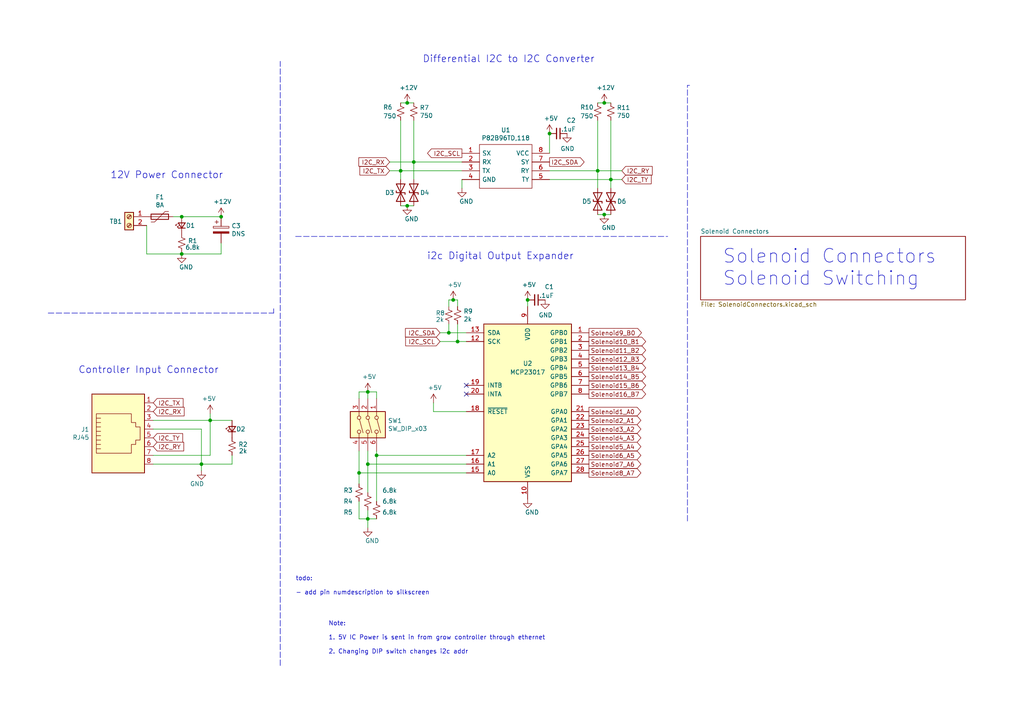
<source format=kicad_sch>
(kicad_sch (version 20211123) (generator eeschema)
  (paper "A4")
  (lib_symbols
    (symbol "Connector:RJ45" (pin_names (offset 1.016))
      (property "Reference" "J" (at -5.08 13.97 0))
      (property "Value" "Connector_RJ45" (at 2.54 13.97 0))
      (symbol "RJ45_0_1"
        (polyline (pts (xy -5.08 4.445) (xy -6.35 4.445)))
        (polyline (pts (xy -5.08 5.715) (xy -6.35 5.715)))
        (polyline (pts (xy -6.35 -3.175) (xy -5.08 -3.175) (xy -5.08 -3.175)))
        (polyline (pts (xy -6.35 -1.905) (xy -5.08 -1.905) (xy -5.08 -1.905)))
        (polyline (pts (xy -6.35 -0.635) (xy -5.08 -0.635) (xy -5.08 -0.635)))
        (polyline (pts (xy -6.35 0.635) (xy -5.08 0.635) (xy -5.08 0.635)))
        (polyline (pts (xy -6.35 1.905) (xy -5.08 1.905) (xy -5.08 1.905)))
        (polyline (pts (xy -5.08 3.175) (xy -6.35 3.175) (xy -6.35 3.175)))
        (polyline (pts (xy -6.35 -4.445) (xy -6.35 6.985) (xy 3.81 6.985) (xy 3.81 4.445) (xy 5.08 4.445) (xy 5.08 3.175) (xy 6.35 3.175) (xy 6.35 -0.635) (xy 5.08 -0.635) (xy 5.08 -1.905) (xy 3.81 -1.905) (xy 3.81 -4.445) (xy -6.35 -4.445) (xy -6.35 -4.445)))
        (rectangle (start 7.62 12.7) (end -7.62 -10.16) (stroke (width 0.254)) (fill (type background)))
      )
      (symbol "RJ45_1_1"
        (pin passive line (at 10.16 -7.62 180) (length 2.54) (name "~") (number "1"))
        (pin passive line (at 10.16 -5.08 180) (length 2.54) (name "~") (number "2"))
        (pin passive line (at 10.16 -2.54 180) (length 2.54) (name "~") (number "3"))
        (pin passive line (at 10.16 0 180) (length 2.54) (name "~") (number "4"))
        (pin passive line (at 10.16 2.54 180) (length 2.54) (name "~") (number "5"))
        (pin passive line (at 10.16 5.08 180) (length 2.54) (name "~") (number "6"))
        (pin passive line (at 10.16 7.62 180) (length 2.54) (name "~") (number "7"))
        (pin passive line (at 10.16 10.16 180) (length 2.54) (name "~") (number "8"))
      )
    )
    (symbol "Connector:Screw_Terminal_01x02" (pin_names (offset 1.016) hide)
      (property "Reference" "J" (at 0 2.54 0))
      (property "Value" "Connector_Screw_Terminal_01x02" (at 0 -5.08 0))
      (symbol "Screw_Terminal_01x02_1_1"
        (rectangle (start -1.27 1.27) (end 1.27 -3.81) (stroke (width 0.254)) (fill (type background)))
        (circle (center 0 -2.54) (radius 0.635) (stroke (width 0.1524)))
        (polyline (pts (xy -0.5334 -2.2098) (xy 0.3302 -3.048)) (stroke (width 0.1524)))
        (polyline (pts (xy -0.5334 0.3302) (xy 0.3302 -0.508)) (stroke (width 0.1524)))
        (polyline (pts (xy -0.3556 -2.032) (xy 0.508 -2.8702)) (stroke (width 0.1524)))
        (polyline (pts (xy -0.3556 0.508) (xy 0.508 -0.3302)) (stroke (width 0.1524)))
        (circle (center 0 0) (radius 0.635) (stroke (width 0.1524)))
        (pin passive line (at -5.08 0 0) (length 3.81) (name "Pin_1") (number "1"))
        (pin passive line (at -5.08 -2.54 0) (length 3.81) (name "Pin_2") (number "2"))
      )
    )
    (symbol "Device:C_Polarized" (pin_numbers hide) (pin_names (offset 0.254))
      (property "Reference" "C" (at 0.635 2.54 0))
      (property "Value" "Device_C_Polarized" (at 0.635 -2.54 0))
      (symbol "C_Polarized_0_1"
        (rectangle (start -2.286 0.508) (end 2.286 1.016))
        (polyline (pts (xy -1.778 2.286) (xy -0.762 2.286)))
        (polyline (pts (xy -1.27 2.794) (xy -1.27 1.778)))
        (rectangle (start 2.286 -0.508) (end -2.286 -1.016) (fill (type outline)))
      )
      (symbol "C_Polarized_1_1"
        (pin passive line (at 0 3.81 270) (length 2.794) (name "~") (number "1"))
        (pin passive line (at 0 -3.81 90) (length 2.794) (name "~") (number "2"))
      )
    )
    (symbol "Device:C_Small" (pin_numbers hide) (pin_names (offset 0.254) hide)
      (property "Reference" "C" (at 0.254 1.778 0))
      (property "Value" "Device_C_Small" (at 0.254 -2.032 0))
      (symbol "C_Small_0_1"
        (polyline (pts (xy -1.524 -0.508) (xy 1.524 -0.508)) (stroke (width 0.3302)))
        (polyline (pts (xy -1.524 0.508) (xy 1.524 0.508)) (stroke (width 0.3048)))
      )
      (symbol "C_Small_1_1"
        (pin passive line (at 0 2.54 270) (length 2.032) (name "~") (number "1"))
        (pin passive line (at 0 -2.54 90) (length 2.032) (name "~") (number "2"))
      )
    )
    (symbol "Device:D_TVS" (pin_numbers hide) (pin_names (offset 1.016) hide)
      (property "Reference" "D" (at 0 2.54 0))
      (property "Value" "Device_D_TVS" (at 0 -2.54 0))
      (symbol "D_TVS_0_1"
        (polyline (pts (xy 1.27 0) (xy -1.27 0)))
        (polyline (pts (xy 0.508 1.27) (xy 0 1.27) (xy 0 -1.27) (xy -0.508 -1.27)) (stroke (width 0.254)))
        (polyline (pts (xy -2.54 1.27) (xy -2.54 -1.27) (xy 2.54 1.27) (xy 2.54 -1.27) (xy -2.54 1.27)) (stroke (width 0.254)))
      )
      (symbol "D_TVS_1_1"
        (pin passive line (at -3.81 0 0) (length 2.54) (name "A1") (number "1"))
        (pin passive line (at 3.81 0 180) (length 2.54) (name "A2") (number "2"))
      )
    )
    (symbol "Device:LED_Small" (pin_numbers hide) (pin_names (offset 0.254) hide)
      (property "Reference" "D" (at -1.27 3.175 0))
      (property "Value" "Device_LED_Small" (at -4.445 -2.54 0))
      (symbol "LED_Small_0_1"
        (polyline (pts (xy -0.762 -1.016) (xy -0.762 1.016)) (stroke (width 0.254)))
        (polyline (pts (xy 1.016 0) (xy -0.762 0)))
        (polyline (pts (xy 0.762 -1.016) (xy -0.762 0) (xy 0.762 1.016) (xy 0.762 -1.016)) (stroke (width 0.254)))
        (polyline (pts (xy 0 0.762) (xy -0.508 1.27) (xy -0.254 1.27) (xy -0.508 1.27) (xy -0.508 1.016)))
        (polyline (pts (xy 0.508 1.27) (xy 0 1.778) (xy 0.254 1.778) (xy 0 1.778) (xy 0 1.524)))
      )
      (symbol "LED_Small_1_1"
        (pin passive line (at -2.54 0 0) (length 1.778) (name "K") (number "1"))
        (pin passive line (at 2.54 0 180) (length 1.778) (name "A") (number "2"))
      )
    )
    (symbol "Device:Polyfuse" (pin_numbers hide) (pin_names (offset 0))
      (property "Reference" "F" (at -2.54 0 90))
      (property "Value" "Device_Polyfuse" (at 2.54 0 90))
      (symbol "Polyfuse_0_1"
        (rectangle (start -0.762 2.54) (end 0.762 -2.54) (stroke (width 0.254)))
        (polyline (pts (xy 0 2.54) (xy 0 -2.54)))
        (polyline (pts (xy -1.524 2.54) (xy -1.524 1.524) (xy 1.524 -1.524) (xy 1.524 -2.54)))
      )
      (symbol "Polyfuse_1_1"
        (pin passive line (at 0 3.81 270) (length 1.27) (name "~") (number "1"))
        (pin passive line (at 0 -3.81 90) (length 1.27) (name "~") (number "2"))
      )
    )
    (symbol "Device:R_Small_US" (pin_numbers hide) (pin_names (offset 0.254) hide)
      (property "Reference" "R" (at 0.762 0.508 0))
      (property "Value" "Device_R_Small_US" (at 0.762 -1.016 0))
      (symbol "R_Small_US_1_1"
        (polyline (pts (xy 0 0) (xy 1.016 -0.381) (xy 0 -0.762) (xy -1.016 -1.143) (xy 0 -1.524)))
        (polyline (pts (xy 0 1.524) (xy 1.016 1.143) (xy 0 0.762) (xy -1.016 0.381) (xy 0 0)))
        (pin passive line (at 0 2.54 270) (length 1.016) (name "~") (number "1"))
        (pin passive line (at 0 -2.54 90) (length 1.016) (name "~") (number "2"))
      )
    )
    (symbol "Interface_Expansion:MCP23017_SO" (pin_names (offset 1.016))
      (property "Reference" "U" (at -11.43 24.13 0))
      (property "Value" "Interface_Expansion_MCP23017_SO" (at 0 0 0))
      (symbol "MCP23017_SO_0_1"
        (rectangle (start -12.7 22.86) (end 12.7 -22.86) (stroke (width 0.254)) (fill (type background)))
      )
      (symbol "MCP23017_SO_1_1"
        (pin bidirectional line (at 17.78 20.32 180) (length 5.08) (name "GPB0") (number "1"))
        (pin power_in line (at 0 -27.94 90) (length 5.08) (name "VSS") (number "10"))
        (pin no_connect line (at -12.7 15.24 0) (length 5.08) hide (name "NC") (number "11"))
        (pin input line (at -17.78 17.78 0) (length 5.08) (name "SCK") (number "12"))
        (pin bidirectional line (at -17.78 20.32 0) (length 5.08) (name "SDA") (number "13"))
        (pin no_connect line (at -12.7 12.7 0) (length 5.08) hide (name "NC") (number "14"))
        (pin input line (at -17.78 -20.32 0) (length 5.08) (name "A0") (number "15"))
        (pin input line (at -17.78 -17.78 0) (length 5.08) (name "A1") (number "16"))
        (pin input line (at -17.78 -15.24 0) (length 5.08) (name "A2") (number "17"))
        (pin input line (at -17.78 -2.54 0) (length 5.08) (name "~{RESET}") (number "18"))
        (pin tri_state line (at -17.78 5.08 0) (length 5.08) (name "INTB") (number "19"))
        (pin bidirectional line (at 17.78 17.78 180) (length 5.08) (name "GPB1") (number "2"))
        (pin tri_state line (at -17.78 2.54 0) (length 5.08) (name "INTA") (number "20"))
        (pin bidirectional line (at 17.78 -2.54 180) (length 5.08) (name "GPA0") (number "21"))
        (pin bidirectional line (at 17.78 -5.08 180) (length 5.08) (name "GPA1") (number "22"))
        (pin bidirectional line (at 17.78 -7.62 180) (length 5.08) (name "GPA2") (number "23"))
        (pin bidirectional line (at 17.78 -10.16 180) (length 5.08) (name "GPA3") (number "24"))
        (pin bidirectional line (at 17.78 -12.7 180) (length 5.08) (name "GPA4") (number "25"))
        (pin bidirectional line (at 17.78 -15.24 180) (length 5.08) (name "GPA5") (number "26"))
        (pin bidirectional line (at 17.78 -17.78 180) (length 5.08) (name "GPA6") (number "27"))
        (pin bidirectional line (at 17.78 -20.32 180) (length 5.08) (name "GPA7") (number "28"))
        (pin bidirectional line (at 17.78 15.24 180) (length 5.08) (name "GPB2") (number "3"))
        (pin bidirectional line (at 17.78 12.7 180) (length 5.08) (name "GPB3") (number "4"))
        (pin bidirectional line (at 17.78 10.16 180) (length 5.08) (name "GPB4") (number "5"))
        (pin bidirectional line (at 17.78 7.62 180) (length 5.08) (name "GPB5") (number "6"))
        (pin bidirectional line (at 17.78 5.08 180) (length 5.08) (name "GPB6") (number "7"))
        (pin bidirectional line (at 17.78 2.54 180) (length 5.08) (name "GPB7") (number "8"))
        (pin power_in line (at 0 27.94 270) (length 5.08) (name "VDD") (number "9"))
      )
    )
    (symbol "P82B96TD_118:P82B96TD,118" (pin_names (offset 0.762))
      (property "Reference" "IC" (at 21.59 7.62 0))
      (property "Value" "P82B96TD_118_P82B96TD,118" (at 21.59 5.08 0))
      (symbol "P82B96TD,118_0_0"
        (pin passive line (at 0 0 0) (length 5.08) (name "SX") (number "1"))
        (pin passive line (at 0 -2.54 0) (length 5.08) (name "RX") (number "2"))
        (pin passive line (at 0 -5.08 0) (length 5.08) (name "TX") (number "3"))
        (pin passive line (at 0 -7.62 0) (length 5.08) (name "GND") (number "4"))
        (pin passive line (at 25.4 -7.62 180) (length 5.08) (name "TY") (number "5"))
        (pin passive line (at 25.4 -5.08 180) (length 5.08) (name "RY") (number "6"))
        (pin passive line (at 25.4 -2.54 180) (length 5.08) (name "SY") (number "7"))
        (pin passive line (at 25.4 0 180) (length 5.08) (name "VCC") (number "8"))
      )
      (symbol "P82B96TD,118_0_1"
        (polyline (pts (xy 5.08 2.54) (xy 20.32 2.54) (xy 20.32 -10.16) (xy 5.08 -10.16) (xy 5.08 2.54)) (stroke (width 0.1524)))
      )
    )
    (symbol "Switch:SW_DIP_x03" (pin_names (offset 0) hide)
      (property "Reference" "SW" (at 0 8.89 0))
      (property "Value" "Switch_SW_DIP_x03" (at 0 -3.81 0))
      (symbol "SW_DIP_x03_0_0"
        (circle (center -2.032 0) (radius 0.508))
        (circle (center -2.032 2.54) (radius 0.508))
        (circle (center -2.032 5.08) (radius 0.508))
        (polyline (pts (xy -1.524 0.127) (xy 2.3622 1.1684)))
        (polyline (pts (xy -1.524 2.667) (xy 2.3622 3.7084)))
        (polyline (pts (xy -1.524 5.207) (xy 2.3622 6.2484)))
        (circle (center 2.032 0) (radius 0.508))
        (circle (center 2.032 2.54) (radius 0.508))
        (circle (center 2.032 5.08) (radius 0.508))
      )
      (symbol "SW_DIP_x03_0_1"
        (rectangle (start -3.81 7.62) (end 3.81 -2.54) (stroke (width 0.254)) (fill (type background)))
      )
      (symbol "SW_DIP_x03_1_1"
        (pin passive line (at -7.62 5.08 0) (length 5.08) (name "~") (number "1"))
        (pin passive line (at -7.62 2.54 0) (length 5.08) (name "~") (number "2"))
        (pin passive line (at -7.62 0 0) (length 5.08) (name "~") (number "3"))
        (pin passive line (at 7.62 0 180) (length 5.08) (name "~") (number "4"))
        (pin passive line (at 7.62 2.54 180) (length 5.08) (name "~") (number "5"))
        (pin passive line (at 7.62 5.08 180) (length 5.08) (name "~") (number "6"))
      )
    )
    (symbol "power:+12V" (power) (pin_names (offset 0))
      (property "Value" "power_+12V" (at 0 3.556 0))
      (symbol "+12V_0_1"
        (polyline (pts (xy -0.762 1.27) (xy 0 2.54)))
        (polyline (pts (xy 0 0) (xy 0 2.54)))
        (polyline (pts (xy 0 2.54) (xy 0.762 1.27)))
      )
      (symbol "+12V_1_1"
        (pin power_in line (at 0 0 90) (length 0) hide (name "+12V") (number "1"))
      )
    )
    (symbol "power:+5V" (power) (pin_names (offset 0))
      (property "Value" "power_+5V" (at 0 3.556 0))
      (symbol "+5V_0_1"
        (polyline (pts (xy -0.762 1.27) (xy 0 2.54)))
        (polyline (pts (xy 0 0) (xy 0 2.54)))
        (polyline (pts (xy 0 2.54) (xy 0.762 1.27)))
      )
      (symbol "+5V_1_1"
        (pin power_in line (at 0 0 90) (length 0) hide (name "+5V") (number "1"))
      )
    )
    (symbol "power:GND" (power) (pin_names (offset 0))
      (property "Value" "power_GND" (at 0 -3.81 0))
      (symbol "GND_0_1"
        (polyline (pts (xy 0 0) (xy 0 -1.27) (xy 1.27 -1.27) (xy 0 -2.54) (xy -1.27 -1.27) (xy 0 -1.27)))
      )
      (symbol "GND_1_1"
        (pin power_in line (at 0 0 270) (length 0) hide (name "GND") (number "1"))
      )
    )
  )
  (junction (at 116.205 49.53))
  (junction (at 131.445 86.995))
  (junction (at 106.68 134.62))
  (junction (at 64.135 62.865))
  (junction (at 132.715 99.06))
  (junction (at 58.42 134.62))
  (junction (at 52.705 62.865))
  (junction (at 159.385 38.735))
  (junction (at 106.68 113.665))
  (junction (at 60.96 121.92))
  (junction (at 175.26 62.23))
  (junction (at 104.14 137.16))
  (junction (at 118.11 29.845))
  (junction (at 106.68 150.495))
  (junction (at 177.165 52.07))
  (junction (at 109.22 132.08))
  (junction (at 173.355 49.53))
  (junction (at 120.015 46.99))
  (junction (at 52.705 73.66))
  (junction (at 153.035 86.995))
  (junction (at 175.26 29.845))
  (junction (at 130.175 96.52))
  (junction (at 118.11 59.69))
  (no_connect (at 135.255 111.76))
  (no_connect (at 135.255 114.3))
  (polyline (pts (xy 85.725 68.58) (xy 193.675 68.58)))
  (wire (pts (xy 173.355 54.61) (xy 173.355 49.53)))
  (wire (pts (xy 130.175 96.52) (xy 135.255 96.52)))
  (wire (pts (xy 106.68 142.875) (xy 106.68 134.62)))
  (wire (pts (xy 104.14 140.335) (xy 104.14 137.16)))
  (wire (pts (xy 132.715 86.995) (xy 132.715 88.9)))
  (wire (pts (xy 113.03 46.99) (xy 120.015 46.99)))
  (wire (pts (xy 125.73 119.38) (xy 135.255 119.38)))
  (wire (pts (xy 104.14 115.57) (xy 104.14 113.665)))
  (wire (pts (xy 116.205 29.845) (xy 118.11 29.845)))
  (wire (pts (xy 159.385 49.53) (xy 173.355 49.53)))
  (wire (pts (xy 106.68 130.81) (xy 106.68 134.62)))
  (polyline (pts (xy 199.39 151.13) (xy 199.39 24.765)))
  (wire (pts (xy 106.68 150.495) (xy 106.68 153.035)))
  (wire (pts (xy 127.635 96.52) (xy 130.175 96.52)))
  (wire (pts (xy 118.11 59.69) (xy 120.015 59.69)))
  (wire (pts (xy 116.205 52.07) (xy 116.205 49.53)))
  (polyline (pts (xy 13.97 90.805) (xy 79.375 90.805)))
  (wire (pts (xy 104.14 137.16) (xy 135.255 137.16)))
  (wire (pts (xy 109.22 130.81) (xy 109.22 132.08)))
  (wire (pts (xy 118.11 29.845) (xy 120.015 29.845)))
  (wire (pts (xy 58.42 134.62) (xy 44.45 134.62)))
  (wire (pts (xy 60.96 132.08) (xy 44.45 132.08)))
  (wire (pts (xy 58.42 134.62) (xy 58.42 124.46)))
  (wire (pts (xy 104.14 130.81) (xy 104.14 137.16)))
  (wire (pts (xy 131.445 86.995) (xy 132.715 86.995)))
  (wire (pts (xy 42.545 73.66) (xy 52.705 73.66)))
  (wire (pts (xy 52.705 73.025) (xy 52.705 73.66)))
  (wire (pts (xy 132.715 93.98) (xy 132.715 99.06)))
  (wire (pts (xy 50.165 62.865) (xy 52.705 62.865)))
  (wire (pts (xy 177.165 54.61) (xy 177.165 52.07)))
  (wire (pts (xy 159.385 52.07) (xy 177.165 52.07)))
  (wire (pts (xy 173.355 62.23) (xy 175.26 62.23)))
  (wire (pts (xy 177.165 34.925) (xy 177.165 52.07)))
  (wire (pts (xy 159.385 38.735) (xy 159.385 44.45)))
  (wire (pts (xy 125.73 116.84) (xy 125.73 119.38)))
  (wire (pts (xy 104.14 113.665) (xy 106.68 113.665)))
  (wire (pts (xy 120.015 46.99) (xy 120.015 34.925)))
  (wire (pts (xy 120.015 52.07) (xy 120.015 46.99)))
  (polyline (pts (xy 81.28 193.04) (xy 81.28 17.78)))
  (wire (pts (xy 175.26 29.845) (xy 177.165 29.845)))
  (wire (pts (xy 173.355 29.845) (xy 175.26 29.845)))
  (wire (pts (xy 133.985 54.61) (xy 133.985 52.07)))
  (wire (pts (xy 60.96 121.92) (xy 67.31 121.92)))
  (wire (pts (xy 106.68 150.495) (xy 109.22 150.495)))
  (wire (pts (xy 127.635 99.06) (xy 132.715 99.06)))
  (polyline (pts (xy 79.375 90.805) (xy 79.375 89.535)))
  (wire (pts (xy 130.175 86.995) (xy 131.445 86.995)))
  (wire (pts (xy 116.205 59.69) (xy 118.11 59.69)))
  (wire (pts (xy 67.31 132.08) (xy 67.31 134.62)))
  (wire (pts (xy 173.355 34.925) (xy 173.355 49.53)))
  (wire (pts (xy 52.705 73.66) (xy 64.135 73.66)))
  (wire (pts (xy 116.205 34.925) (xy 116.205 49.53)))
  (wire (pts (xy 113.03 49.53) (xy 116.205 49.53)))
  (wire (pts (xy 104.14 150.495) (xy 106.68 150.495)))
  (wire (pts (xy 116.205 49.53) (xy 133.985 49.53)))
  (wire (pts (xy 52.705 62.865) (xy 64.135 62.865)))
  (wire (pts (xy 44.45 121.92) (xy 60.96 121.92)))
  (wire (pts (xy 60.96 121.92) (xy 60.96 120.015)))
  (wire (pts (xy 104.14 150.495) (xy 104.14 145.415)))
  (wire (pts (xy 109.22 145.415) (xy 109.22 132.08)))
  (wire (pts (xy 58.42 124.46) (xy 44.45 124.46)))
  (wire (pts (xy 109.22 132.08) (xy 135.255 132.08)))
  (wire (pts (xy 106.68 115.57) (xy 106.68 113.665)))
  (wire (pts (xy 106.68 113.665) (xy 109.22 113.665)))
  (wire (pts (xy 60.96 121.92) (xy 60.96 132.08)))
  (wire (pts (xy 153.035 88.9) (xy 153.035 86.995)))
  (wire (pts (xy 130.175 88.9) (xy 130.175 86.995)))
  (wire (pts (xy 132.715 99.06) (xy 135.255 99.06)))
  (wire (pts (xy 64.135 73.66) (xy 64.135 70.485)))
  (wire (pts (xy 109.22 113.665) (xy 109.22 115.57)))
  (wire (pts (xy 120.015 46.99) (xy 133.985 46.99)))
  (polyline (pts (xy 199.39 24.765) (xy 200.025 24.765)))
  (wire (pts (xy 175.26 62.23) (xy 177.165 62.23)))
  (wire (pts (xy 106.68 147.955) (xy 106.68 150.495)))
  (wire (pts (xy 67.31 134.62) (xy 58.42 134.62)))
  (wire (pts (xy 130.175 93.98) (xy 130.175 96.52)))
  (wire (pts (xy 58.42 136.525) (xy 58.42 134.62)))
  (polyline (pts (xy 310.515 133.35) (xy 310.515 133.985)))
  (wire (pts (xy 173.355 49.53) (xy 180.34 49.53)))
  (wire (pts (xy 177.165 52.07) (xy 180.34 52.07)))
  (wire (pts (xy 42.545 65.405) (xy 42.545 73.66)))
  (wire (pts (xy 106.68 134.62) (xy 135.255 134.62)))
  (text "Differential I2C to I2C Converter" (at 122.555 18.415 0) (effects (font (size 2.0066 2.0066)) (justify left bottom)))
  (text "Note:\n\n1. 5V IC Power is sent in from grow controller through ethernet\n\n2. Changing DIP switch changes i2c addr" (at 95.25 189.865 0) (effects (font (size 1.27 1.27)) (justify left bottom)))
  (text "12V Power Connector" (at 64.77 52.07 180) (effects (font (size 2.0066 2.0066)) (justify right bottom)))
  (text "Controller Input Connector" (at 63.5 108.585 180) (effects (font (size 2.0066 2.0066)) (justify right bottom)))
  (text "todo: \n\n- add pin numdescription to silkscreen" (at 85.725 172.72 0) (effects (font (size 1.27 1.27)) (justify left bottom)))
  (text "Solenoid Connectors\nSolenoid Switching" (at 209.55 83.185 0) (effects (font (size 3.9878 3.9878)) (justify left bottom)))
  (text "i2c Digital Output Expander" (at 123.825 75.565 0) (effects (font (size 2.0066 2.0066)) (justify left bottom)))
  (global_label "I2C_RX" (shape input) (at 113.03 46.99 180) (property "Intersheet References" "${INTERSHEET_REFS}" (effects hide)))
  (global_label "Solenoid9_B0" (shape output) (at 170.815 96.52 0) (property "Intersheet References" "${INTERSHEET_REFS}" (effects hide)))
  (global_label "Solenoid7_A6" (shape output) (at 170.815 134.62 0) (property "Intersheet References" "${INTERSHEET_REFS}" (effects hide)))
  (global_label "Solenoid1_A0" (shape output) (at 170.815 119.38 0) (property "Intersheet References" "${INTERSHEET_REFS}" (effects hide)))
  (global_label "I2C_SCL" (shape input) (at 127.635 99.06 180) (property "Intersheet References" "${INTERSHEET_REFS}" (effects hide)))
  (global_label "I2C_SDA" (shape output) (at 159.385 46.99 0) (property "Intersheet References" "${INTERSHEET_REFS}" (effects hide)))
  (global_label "Solenoid8_A7" (shape output) (at 170.815 137.16 0) (property "Intersheet References" "${INTERSHEET_REFS}" (effects hide)))
  (global_label "I2C_SCL" (shape output) (at 133.985 44.45 180) (property "Intersheet References" "${INTERSHEET_REFS}" (effects hide)))
  (global_label "I2C_SDA" (shape input) (at 127.635 96.52 180) (property "Intersheet References" "${INTERSHEET_REFS}" (effects hide)))
  (global_label "Solenoid13_B4" (shape output) (at 170.815 106.68 0) (property "Intersheet References" "${INTERSHEET_REFS}" (effects hide)))
  (global_label "Solenoid11_B2" (shape output) (at 170.815 101.6 0) (property "Intersheet References" "${INTERSHEET_REFS}" (effects hide)))
  (global_label "I2C_TX" (shape input) (at 44.45 116.84 0) (property "Intersheet References" "${INTERSHEET_REFS}" (effects hide)))
  (global_label "Solenoid3_A2" (shape output) (at 170.815 124.46 0) (property "Intersheet References" "${INTERSHEET_REFS}" (effects hide)))
  (global_label "Solenoid12_B3" (shape output) (at 170.815 104.14 0) (property "Intersheet References" "${INTERSHEET_REFS}" (effects hide)))
  (global_label "I2C_TY" (shape input) (at 44.45 127 0) (property "Intersheet References" "${INTERSHEET_REFS}" (effects hide)))
  (global_label "Solenoid10_B1" (shape output) (at 170.815 99.06 0) (property "Intersheet References" "${INTERSHEET_REFS}" (effects hide)))
  (global_label "Solenoid16_B7" (shape output) (at 170.815 114.3 0) (property "Intersheet References" "${INTERSHEET_REFS}" (effects hide)))
  (global_label "Solenoid5_A4" (shape output) (at 170.815 129.54 0) (property "Intersheet References" "${INTERSHEET_REFS}" (effects hide)))
  (global_label "Solenoid2_A1" (shape output) (at 170.815 121.92 0) (property "Intersheet References" "${INTERSHEET_REFS}" (effects hide)))
  (global_label "Solenoid4_A3" (shape output) (at 170.815 127 0) (property "Intersheet References" "${INTERSHEET_REFS}" (effects hide)))
  (global_label "I2C_TX" (shape input) (at 113.03 49.53 180) (property "Intersheet References" "${INTERSHEET_REFS}" (effects hide)))
  (global_label "I2C_RY" (shape input) (at 44.45 129.54 0) (property "Intersheet References" "${INTERSHEET_REFS}" (effects hide)))
  (global_label "I2C_RY" (shape input) (at 180.34 49.53 0) (property "Intersheet References" "${INTERSHEET_REFS}" (effects hide)))
  (global_label "I2C_RX" (shape input) (at 44.45 119.38 0) (property "Intersheet References" "${INTERSHEET_REFS}" (effects hide)))
  (global_label "I2C_TY" (shape input) (at 180.34 52.07 0) (property "Intersheet References" "${INTERSHEET_REFS}" (effects hide)))
  (global_label "Solenoid15_B6" (shape output) (at 170.815 111.76 0) (property "Intersheet References" "${INTERSHEET_REFS}" (effects hide)))
  (global_label "Solenoid6_A5" (shape output) (at 170.815 132.08 0) (property "Intersheet References" "${INTERSHEET_REFS}" (effects hide)))
  (global_label "Solenoid14_B5" (shape output) (at 170.815 109.22 0) (property "Intersheet References" "${INTERSHEET_REFS}" (effects hide)))
  (symbol (lib_id "Device:C_Small") (at 155.575 86.995 270)
    (property "Reference" "C1" (at 160.655 83.185 90) (effects (justify right)))
    (property "Value" ".1uF" (at 160.655 85.725 90) (effects (justify right)))
    (property "Footprint" "Capacitor_SMD:C_0402_1005Metric" (effects hide))
    (property "LCSC PN" "C1525" (effects hide))
    (property "Link" "https://lcsc.com/product-detail/Multilayer-Ceramic-Capacitors-MLCC-SMD-SMT_SAMSUNG_CL05B104KO5NNNC_100nF-104-10-16V_C1525.html/?href=jlc-SMT" (effects hide))
    (property "MFG PN" "CL05B104KO5NNNC" (effects hide))
  )
  (symbol (lib_id "Interface_Expansion:MCP23017_SO") (at 153.035 116.84 0)
    (property "Reference" "U2" (at 153.035 105.41 0))
    (property "Value" "MCP23017" (at 153.035 107.95 0))
    (property "Footprint" "Package_SO:SOIC-28W_7.5x17.9mm_P1.27mm" (effects hide))
    (property "Datasheet" "http://ww1.microchip.com/downloads/en/DeviceDoc/20001952C.pdf" (effects hide))
    (property "LCSC PN" "C47023" (effects hide))
    (property "Link" "https://lcsc.com/product-detail/Interface-I-O-Expanders_Microchip-Tech-MCP23017-E-SO_C47023.html" (effects hide))
    (property "MFG PN" "MCP23017" (effects hide))
  )
  (symbol (lib_id "power:GND") (at 158.115 86.995 0)
    (property "Reference" "#PWR015" (effects hide))
    (property "Value" "GND" (at 158.242 91.3892 0))
  )
  (symbol (lib_id "power:GND") (at 106.68 153.035 0)
    (property "Reference" "#PWR07" (effects hide))
    (property "Value" "GND" (at 107.95 156.845 0))
  )
  (symbol (lib_id "power:+5V") (at 153.035 86.995 0)
    (property "Reference" "#PWR013" (effects hide))
    (property "Value" "+5V" (at 153.416 82.6008 0))
  )
  (symbol (lib_id "power:+5V") (at 125.73 116.84 0)
    (property "Reference" "#PWR010" (effects hide))
    (property "Value" "+5V" (at 126.111 112.4458 0))
  )
  (symbol (lib_id "power:+5V") (at 159.385 38.735 0)
    (property "Reference" "#PWR016" (effects hide))
    (property "Value" "+5V" (at 159.766 34.3408 0))
  )
  (symbol (lib_id "Device:C_Small") (at 161.925 38.735 270)
    (property "Reference" "C2" (at 167.005 34.925 90) (effects (justify right)))
    (property "Value" ".1uF" (at 167.005 37.465 90) (effects (justify right)))
    (property "Footprint" "Capacitor_SMD:C_0402_1005Metric" (effects hide))
    (property "LCSC PN" "C1525" (effects hide))
    (property "Link" "https://lcsc.com/product-detail/Multilayer-Ceramic-Capacitors-MLCC-SMD-SMT_SAMSUNG_CL05B104KO5NNNC_100nF-104-10-16V_C1525.html/?href=jlc-SMT" (effects hide))
    (property "MFG PN" "CL05B104KO5NNNC" (effects hide))
  )
  (symbol (lib_id "power:GND") (at 164.465 38.735 0)
    (property "Reference" "#PWR017" (effects hide))
    (property "Value" "GND" (at 164.592 43.1292 0))
  )
  (symbol (lib_id "Switch:SW_DIP_x03") (at 104.14 123.19 270) (unit 1)
    (property "Reference" "SW1" (at 112.522 122.0216 90) (effects (justify left)))
    (property "Value" "SW_DIP_x03" (at 112.522 124.333 90) (effects (justify left)))
    (property "Footprint" "Button_Switch_THT:SW_DIP_SPSTx03_Slide_9.78x9.8mm_W7.62mm_P2.54mm" (effects hide))
  )
  (symbol (lib_id "power:+5V") (at 106.68 113.665 0)
    (property "Reference" "#PWR06" (effects hide))
    (property "Value" "+5V" (at 107.061 109.2708 0))
  )
  (symbol (lib_id "power:GND") (at 153.035 144.78 0)
    (property "Reference" "#PWR014" (effects hide))
    (property "Value" "GND" (at 154.305 148.59 0))
  )
  (symbol (lib_id "Device:R_Small_US") (at 120.015 32.385 0) (unit 1)
    (property "Reference" "R7" (at 121.7422 31.2166 0) (effects (justify left)))
    (property "Value" "750" (at 121.7422 33.528 0) (effects (justify left)))
    (property "Footprint" "Resistor_SMD:R_1206_3216Metric" (effects hide))
  )
  (symbol (lib_id "Device:R_Small_US") (at 116.205 32.385 0) (unit 1)
    (property "Reference" "R6" (at 111.125 31.115 0) (effects (justify left)))
    (property "Value" "750" (at 111.125 33.655 0) (effects (justify left)))
    (property "Footprint" "Resistor_SMD:R_1206_3216Metric" (effects hide))
  )
  (symbol (lib_id "Device:R_Small_US") (at 177.165 32.385 0) (unit 1)
    (property "Reference" "R11" (at 178.8922 31.2166 0) (effects (justify left)))
    (property "Value" "750" (at 178.8922 33.528 0) (effects (justify left)))
    (property "Footprint" "Resistor_SMD:R_1206_3216Metric" (effects hide))
  )
  (symbol (lib_id "Device:R_Small_US") (at 173.355 32.385 0) (unit 1)
    (property "Reference" "R10" (at 168.275 31.115 0) (effects (justify left)))
    (property "Value" "750" (at 168.275 33.655 0) (effects (justify left)))
    (property "Footprint" "Resistor_SMD:R_1206_3216Metric" (effects hide))
  )
  (symbol (lib_id "power:+12V") (at 118.11 29.845 0) (unit 1)
    (property "Reference" "#PWR08" (effects hide))
    (property "Value" "+12V" (at 118.491 25.4508 0))
  )
  (symbol (lib_id "power:+12V") (at 175.26 29.845 0) (unit 1)
    (property "Reference" "#PWR018" (effects hide))
    (property "Value" "+12V" (at 175.641 25.4508 0))
  )
  (symbol (lib_id "power:GND") (at 118.11 59.69 0)
    (property "Reference" "#PWR09" (effects hide))
    (property "Value" "GND" (at 119.38 63.5 0))
  )
  (symbol (lib_id "power:GND") (at 175.26 62.23 0)
    (property "Reference" "#PWR019" (effects hide))
    (property "Value" "GND" (at 176.53 66.04 0))
  )
  (symbol (lib_id "Device:R_Small_US") (at 104.14 142.875 0)
    (property "Reference" "R3" (at 100.965 142.24 0))
    (property "Value" "6.8k" (at 113.03 142.24 0))
    (property "Footprint" "Resistor_SMD:R_0402_1005Metric" (effects hide))
  )
  (symbol (lib_id "Device:R_Small_US") (at 106.68 145.415 0)
    (property "Reference" "R4" (at 100.965 145.415 0))
    (property "Value" "6.8k" (at 113.03 145.415 0))
    (property "Footprint" "Resistor_SMD:R_0402_1005Metric" (effects hide))
  )
  (symbol (lib_id "Device:R_Small_US") (at 109.22 147.955 0)
    (property "Reference" "R5" (at 100.965 148.59 0))
    (property "Value" "6.8k" (at 113.03 148.59 0))
    (property "Footprint" "Resistor_SMD:R_0402_1005Metric" (effects hide))
  )
  (symbol (lib_id "Connector:RJ45") (at 34.29 124.46 0) (mirror x) (unit 1)
    (property "Reference" "J1" (at 25.908 124.5616 0) (effects (justify right)))
    (property "Value" "RJ45" (at 25.908 126.873 0) (effects (justify right)))
    (property "Footprint" "Connector_RJ:RJ45_Ninigi_GE" (effects hide))
  )
  (symbol (lib_id "P82B96TD_118:P82B96TD,118") (at 133.985 44.45 0) (unit 1)
    (property "Reference" "U1" (at 146.685 37.719 0))
    (property "Value" "P82B96TD,118" (at 146.685 40.0304 0))
    (property "Footprint" "P82B96TD,118_with3D:P82B96TD,118" (effects hide))
    (property "Datasheet" "http://www.nxp.com/docs/en/data-sheet/P82B96.pdf" (effects hide))
    (property "Description" "Dual bidirectional bus buffer" (effects hide))
    (property "Height" "1.75" (effects hide))
    (property "Manufacturer_Name" "NXP" (effects hide))
    (property "Manufacturer_Part_Number" "P82B96TD,118" (effects hide))
    (property "Mouser Part Number" "771-P82B96TD-T" (effects hide))
    (property "Mouser Price/Stock" "https://www.mouser.co.uk/ProductDetail/NXP-Semiconductors/P82B96TD118/?qs=LOCUfHb8d9vV76HkGf93IA%3D%3D" (effects hide))
    (property "Arrow Part Number" "P82B96TD,118" (effects hide))
    (property "Arrow Price/Stock" "https://www.arrow.com/en/products/p82b96td118/nxp-semiconductors" (effects hide))
  )
  (symbol (lib_id "Device:R_Small_US") (at 132.715 91.44 0) (unit 1)
    (property "Reference" "R9" (at 134.4422 90.2716 0) (effects (justify left)))
    (property "Value" "2k" (at 134.4422 92.583 0) (effects (justify left)))
    (property "Footprint" "Resistor_SMD:R_0402_1005Metric" (effects hide))
  )
  (symbol (lib_id "Device:R_Small_US") (at 130.175 91.44 0) (unit 1)
    (property "Reference" "R8" (at 126.365 90.805 0) (effects (justify left)))
    (property "Value" "2k" (at 126.365 92.71 0) (effects (justify left)))
    (property "Footprint" "Resistor_SMD:R_0402_1005Metric" (effects hide))
  )
  (symbol (lib_id "power:+5V") (at 131.445 86.995 0) (unit 1)
    (property "Reference" "#PWR011" (effects hide))
    (property "Value" "+5V" (at 131.826 82.6008 0))
  )
  (symbol (lib_id "power:GND") (at 133.985 54.61 0)
    (property "Reference" "#PWR012" (effects hide))
    (property "Value" "GND" (at 135.255 58.42 0))
  )
  (symbol (lib_id "power:+5V") (at 60.96 120.015 0) (mirror y)
    (property "Reference" "#PWR05" (effects hide))
    (property "Value" "+5V" (at 60.579 115.6208 0))
  )
  (symbol (lib_id "power:GND") (at 58.42 136.525 0) (mirror y)
    (property "Reference" "#PWR04" (effects hide))
    (property "Value" "GND" (at 57.15 140.335 0))
  )
  (symbol (lib_id "power:+12V") (at 64.135 62.865 0) (unit 1)
    (property "Reference" "#PWR03" (effects hide))
    (property "Value" "+12V" (at 64.516 58.4708 0))
  )
  (symbol (lib_id "Connector:Screw_Terminal_01x02") (at 37.465 62.865 0) (mirror y) (unit 1)
    (property "Reference" "TB1" (at 35.433 64.2366 0) (effects (justify left)))
    (property "Value" "Screw_Terminal_01x02" (effects hide))
    (property "Footprint" "KF250-3.5-2P-1:KF250-3.5-2P-1" (effects hide))
  )
  (symbol (lib_id "Device:Polyfuse") (at 46.355 62.865 270) (unit 1)
    (property "Reference" "F1" (at 46.355 57.15 90))
    (property "Value" "8A" (at 46.355 59.4614 90))
    (property "Footprint" "Fuse:Fuse_2920_7451Metric" (effects hide))
  )
  (symbol (lib_id "Device:R_Small_US") (at 52.705 70.485 180)
    (property "Reference" "R1" (at 55.88 69.85 0))
    (property "Value" "6.8k" (at 55.88 71.755 0))
    (property "Footprint" "Resistor_SMD:R_0402_1005Metric" (effects hide))
  )
  (symbol (lib_id "Device:LED_Small") (at 52.705 65.405 90)
    (property "Reference" "D1" (at 55.245 65.405 90))
    (property "Value" "LED_Red" (effects hide))
    (property "Footprint" "LED_SMD:LED_0603_1608Metric" (effects hide))
  )
  (symbol (lib_id "power:GND") (at 52.705 73.66 0)
    (property "Reference" "#PWR02" (effects hide))
    (property "Value" "GND" (at 53.975 77.47 0))
  )
  (symbol (lib_id "Device:R_Small_US") (at 67.31 129.54 180)
    (property "Reference" "R2" (at 70.485 128.905 0))
    (property "Value" "2k" (at 70.485 130.81 0))
    (property "Footprint" "Resistor_SMD:R_0402_1005Metric" (effects hide))
  )
  (symbol (lib_id "Device:LED_Small") (at 67.31 124.46 90)
    (property "Reference" "D2" (at 69.85 124.46 90))
    (property "Value" "LED_Red" (effects hide))
    (property "Footprint" "LED_SMD:LED_0603_1608Metric" (effects hide))
  )
  (symbol (lib_id "Device:C_Polarized") (at 64.135 66.675 0) (unit 1)
    (property "Reference" "C3" (at 67.1322 65.5066 0) (effects (justify left)))
    (property "Value" "DNS" (at 67.1322 67.818 0) (effects (justify left)))
    (property "Footprint" "Capacitor_THT:CP_Radial_D8.0mm_P3.50mm" (effects hide))
  )
  (symbol (lib_id "Device:D_TVS") (at 116.205 55.88 270)
    (property "Reference" "D3" (at 113.03 55.88 90))
    (property "Value" "D_TVS" (effects hide))
    (property "Footprint" "Diode_SMD:D_SOD-123" (effects hide))
  )
  (symbol (lib_id "Device:D_TVS") (at 120.015 55.88 270)
    (property "Reference" "D4" (at 123.19 55.88 90))
    (property "Value" "D_TVS" (effects hide))
    (property "Footprint" "Diode_SMD:D_SOD-123" (effects hide))
  )
  (symbol (lib_id "Device:D_TVS") (at 173.355 58.42 270)
    (property "Reference" "D5" (at 170.18 58.42 90))
    (property "Value" "D_TVS" (effects hide))
    (property "Footprint" "Diode_SMD:D_SOD-123" (effects hide))
  )
  (symbol (lib_id "Device:D_TVS") (at 177.165 58.42 270)
    (property "Reference" "D6" (at 180.34 58.42 90))
    (property "Value" "D_TVS" (effects hide))
    (property "Footprint" "Diode_SMD:D_SOD-123" (effects hide))
  )
  (sheet (at 203.2 68.5546) (size 76.835 18.415)
    (property "Sheet name" "Solenoid Connectors" (at 203.2 67.843 0) (effects (justify left bottom)))
    (property "Sheet file" "SolenoidConnectors.kicad_sch" (at 203.2 87.5542 0) (effects (justify left top)))
  )
)
</source>
